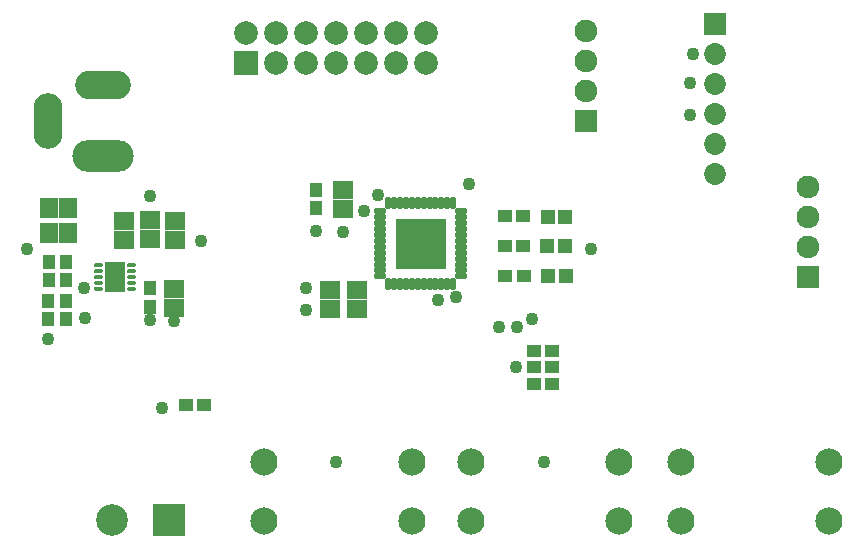
<source format=gts>
G04*
G04 #@! TF.GenerationSoftware,Altium Limited,Altium Designer,24.10.1 (45)*
G04*
G04 Layer_Color=8388736*
%FSLAX44Y44*%
%MOMM*%
G71*
G04*
G04 #@! TF.SameCoordinates,AA472AB2-6637-4989-BC3C-C099BA8EEFD1*
G04*
G04*
G04 #@! TF.FilePolarity,Negative*
G04*
G01*
G75*
%ADD23R,1.1532X1.1032*%
%ADD24R,1.5032X1.6532*%
%ADD25R,1.6532X1.5032*%
%ADD26R,1.1032X1.1532*%
%ADD27R,1.1532X1.1532*%
%ADD28R,4.3032X4.3032*%
G04:AMPARAMS|DCode=29|XSize=1.0832mm|YSize=0.4632mm|CornerRadius=0.1341mm|HoleSize=0mm|Usage=FLASHONLY|Rotation=180.000|XOffset=0mm|YOffset=0mm|HoleType=Round|Shape=RoundedRectangle|*
%AMROUNDEDRECTD29*
21,1,1.0832,0.1950,0,0,180.0*
21,1,0.8150,0.4632,0,0,180.0*
1,1,0.2682,-0.4075,0.0975*
1,1,0.2682,0.4075,0.0975*
1,1,0.2682,0.4075,-0.0975*
1,1,0.2682,-0.4075,-0.0975*
%
%ADD29ROUNDEDRECTD29*%
G04:AMPARAMS|DCode=30|XSize=0.4632mm|YSize=1.0832mm|CornerRadius=0.1341mm|HoleSize=0mm|Usage=FLASHONLY|Rotation=180.000|XOffset=0mm|YOffset=0mm|HoleType=Round|Shape=RoundedRectangle|*
%AMROUNDEDRECTD30*
21,1,0.4632,0.8150,0,0,180.0*
21,1,0.1950,1.0832,0,0,180.0*
1,1,0.2682,-0.0975,0.4075*
1,1,0.2682,0.0975,0.4075*
1,1,0.2682,0.0975,-0.4075*
1,1,0.2682,-0.0975,-0.4075*
%
%ADD30ROUNDEDRECTD30*%
%ADD31R,1.7900X2.5400*%
%ADD32C,1.9282*%
%ADD33R,1.9282X1.9282*%
%ADD34R,1.8532X1.8532*%
%ADD35C,1.8532*%
%ADD36C,2.6782*%
%ADD37R,2.6782X2.6782*%
%ADD38C,0.5032*%
%ADD39R,2.0032X2.0032*%
%ADD40C,2.0032*%
%ADD41O,2.4532X4.7032*%
%ADD42O,4.7032X2.4532*%
%ADD43O,5.2032X2.7032*%
%ADD44C,2.3032*%
%ADD45C,1.0922*%
G36*
X114500Y257390D02*
X114600Y257380D01*
X114700Y257360D01*
X114790Y257340D01*
X114890Y257310D01*
X114980Y257270D01*
X115070Y257240D01*
X115160Y257190D01*
X115250Y257150D01*
X115330Y257090D01*
X115420Y257040D01*
X115500Y256980D01*
X115570Y256910D01*
X115640Y256840D01*
X115710Y256770D01*
X115780Y256700D01*
X115840Y256620D01*
X115890Y256530D01*
X115950Y256450D01*
X115990Y256360D01*
X116040Y256270D01*
X116070Y256180D01*
X116110Y256090D01*
X116140Y255990D01*
X116160Y255900D01*
X116180Y255800D01*
X116190Y255700D01*
X116200Y255600D01*
Y255500D01*
Y255400D01*
X116190Y255300D01*
X116180Y255200D01*
X116160Y255100D01*
X116140Y255010D01*
X116110Y254910D01*
X116070Y254820D01*
X116040Y254730D01*
X115990Y254640D01*
X115950Y254550D01*
X115890Y254470D01*
X115840Y254380D01*
X115780Y254300D01*
X115710Y254230D01*
X115640Y254160D01*
X115570Y254090D01*
X115500Y254020D01*
X115420Y253960D01*
X115330Y253910D01*
X115250Y253850D01*
X115160Y253810D01*
X115070Y253760D01*
X114980Y253730D01*
X114890Y253690D01*
X114790Y253660D01*
X114700Y253640D01*
X114600Y253620D01*
X114500Y253610D01*
X114400Y253600D01*
X110600D01*
X110500Y253610D01*
X110400Y253620D01*
X110300Y253640D01*
X110210Y253660D01*
X110110Y253690D01*
X110020Y253730D01*
X109930Y253760D01*
X109840Y253810D01*
X109750Y253850D01*
X109670Y253910D01*
X109580Y253960D01*
X109500Y254020D01*
X109430Y254090D01*
X109360Y254160D01*
X109290Y254230D01*
X109220Y254300D01*
X109160Y254380D01*
X109110Y254470D01*
X109050Y254550D01*
X109010Y254640D01*
X108960Y254730D01*
X108930Y254820D01*
X108890Y254910D01*
X108860Y255010D01*
X108840Y255100D01*
X108820Y255200D01*
X108810Y255300D01*
X108800Y255400D01*
Y255500D01*
Y255600D01*
X108810Y255700D01*
X108820Y255800D01*
X108840Y255900D01*
X108860Y255990D01*
X108890Y256090D01*
X108930Y256180D01*
X108960Y256270D01*
X109010Y256360D01*
X109050Y256450D01*
X109110Y256530D01*
X109160Y256620D01*
X109220Y256700D01*
X109290Y256770D01*
X109360Y256840D01*
X109430Y256910D01*
X109500Y256980D01*
X109580Y257040D01*
X109670Y257090D01*
X109750Y257150D01*
X109840Y257190D01*
X109930Y257240D01*
X110020Y257270D01*
X110110Y257310D01*
X110210Y257340D01*
X110300Y257360D01*
X110400Y257380D01*
X110500Y257390D01*
X110600Y257400D01*
X114400D01*
X114500Y257390D01*
D02*
G37*
G36*
Y262390D02*
X114600Y262380D01*
X114700Y262360D01*
X114790Y262340D01*
X114890Y262310D01*
X114980Y262270D01*
X115070Y262240D01*
X115160Y262190D01*
X115250Y262150D01*
X115330Y262090D01*
X115420Y262040D01*
X115500Y261980D01*
X115570Y261910D01*
X115640Y261840D01*
X115710Y261770D01*
X115780Y261700D01*
X115840Y261620D01*
X115890Y261530D01*
X115950Y261450D01*
X115990Y261360D01*
X116040Y261270D01*
X116070Y261180D01*
X116110Y261090D01*
X116140Y260990D01*
X116160Y260900D01*
X116180Y260800D01*
X116190Y260700D01*
X116200Y260600D01*
Y260500D01*
Y260400D01*
X116190Y260300D01*
X116180Y260200D01*
X116160Y260100D01*
X116140Y260010D01*
X116110Y259910D01*
X116070Y259820D01*
X116040Y259730D01*
X115990Y259640D01*
X115950Y259550D01*
X115890Y259470D01*
X115840Y259380D01*
X115780Y259300D01*
X115710Y259230D01*
X115640Y259160D01*
X115570Y259090D01*
X115500Y259020D01*
X115420Y258960D01*
X115330Y258910D01*
X115250Y258850D01*
X115160Y258810D01*
X115070Y258760D01*
X114980Y258730D01*
X114890Y258690D01*
X114790Y258660D01*
X114700Y258640D01*
X114600Y258620D01*
X114500Y258610D01*
X114400Y258600D01*
X110600D01*
X110500Y258610D01*
X110400Y258620D01*
X110300Y258640D01*
X110210Y258660D01*
X110110Y258690D01*
X110020Y258730D01*
X109930Y258760D01*
X109840Y258810D01*
X109750Y258850D01*
X109670Y258910D01*
X109580Y258960D01*
X109500Y259020D01*
X109430Y259090D01*
X109360Y259160D01*
X109290Y259230D01*
X109220Y259300D01*
X109160Y259380D01*
X109110Y259470D01*
X109050Y259550D01*
X109010Y259640D01*
X108960Y259730D01*
X108930Y259820D01*
X108890Y259910D01*
X108860Y260010D01*
X108840Y260100D01*
X108820Y260200D01*
X108810Y260300D01*
X108800Y260400D01*
Y260500D01*
Y260600D01*
X108810Y260700D01*
X108820Y260800D01*
X108840Y260900D01*
X108860Y260990D01*
X108890Y261090D01*
X108930Y261180D01*
X108960Y261270D01*
X109010Y261360D01*
X109050Y261450D01*
X109110Y261530D01*
X109160Y261620D01*
X109220Y261700D01*
X109290Y261770D01*
X109360Y261840D01*
X109430Y261910D01*
X109500Y261980D01*
X109580Y262040D01*
X109670Y262090D01*
X109750Y262150D01*
X109840Y262190D01*
X109930Y262240D01*
X110020Y262270D01*
X110110Y262310D01*
X110210Y262340D01*
X110300Y262360D01*
X110400Y262380D01*
X110500Y262390D01*
X110600Y262400D01*
X114400D01*
X114500Y262390D01*
D02*
G37*
G36*
Y267390D02*
X114600Y267380D01*
X114700Y267360D01*
X114790Y267340D01*
X114890Y267310D01*
X114980Y267270D01*
X115070Y267240D01*
X115160Y267190D01*
X115250Y267150D01*
X115330Y267090D01*
X115420Y267040D01*
X115500Y266980D01*
X115570Y266910D01*
X115640Y266840D01*
X115710Y266770D01*
X115780Y266700D01*
X115840Y266620D01*
X115890Y266530D01*
X115950Y266450D01*
X115990Y266360D01*
X116040Y266270D01*
X116070Y266180D01*
X116110Y266090D01*
X116140Y265990D01*
X116160Y265900D01*
X116180Y265800D01*
X116190Y265700D01*
X116200Y265600D01*
Y265500D01*
Y265400D01*
X116190Y265300D01*
X116180Y265200D01*
X116160Y265100D01*
X116140Y265010D01*
X116110Y264910D01*
X116070Y264820D01*
X116040Y264730D01*
X115990Y264640D01*
X115950Y264550D01*
X115890Y264470D01*
X115840Y264380D01*
X115780Y264300D01*
X115710Y264230D01*
X115640Y264160D01*
X115570Y264090D01*
X115500Y264020D01*
X115420Y263960D01*
X115330Y263910D01*
X115250Y263850D01*
X115160Y263810D01*
X115070Y263760D01*
X114980Y263730D01*
X114890Y263690D01*
X114790Y263660D01*
X114700Y263640D01*
X114600Y263620D01*
X114500Y263610D01*
X114400Y263600D01*
X110600D01*
X110500Y263610D01*
X110400Y263620D01*
X110300Y263640D01*
X110210Y263660D01*
X110110Y263690D01*
X110020Y263730D01*
X109930Y263760D01*
X109840Y263810D01*
X109750Y263850D01*
X109670Y263910D01*
X109580Y263960D01*
X109500Y264020D01*
X109430Y264090D01*
X109360Y264160D01*
X109290Y264230D01*
X109220Y264300D01*
X109160Y264380D01*
X109110Y264470D01*
X109050Y264550D01*
X109010Y264640D01*
X108960Y264730D01*
X108930Y264820D01*
X108890Y264910D01*
X108860Y265010D01*
X108840Y265100D01*
X108820Y265200D01*
X108810Y265300D01*
X108800Y265400D01*
Y265500D01*
Y265600D01*
X108810Y265700D01*
X108820Y265800D01*
X108840Y265900D01*
X108860Y265990D01*
X108890Y266090D01*
X108930Y266180D01*
X108960Y266270D01*
X109010Y266360D01*
X109050Y266450D01*
X109110Y266530D01*
X109160Y266620D01*
X109220Y266700D01*
X109290Y266770D01*
X109360Y266840D01*
X109430Y266910D01*
X109500Y266980D01*
X109580Y267040D01*
X109670Y267090D01*
X109750Y267150D01*
X109840Y267190D01*
X109930Y267240D01*
X110020Y267270D01*
X110110Y267310D01*
X110210Y267340D01*
X110300Y267360D01*
X110400Y267380D01*
X110500Y267390D01*
X110600Y267400D01*
X114400D01*
X114500Y267390D01*
D02*
G37*
G36*
Y272390D02*
X114600Y272380D01*
X114700Y272360D01*
X114790Y272340D01*
X114890Y272310D01*
X114980Y272270D01*
X115070Y272240D01*
X115160Y272190D01*
X115250Y272150D01*
X115330Y272090D01*
X115420Y272040D01*
X115500Y271980D01*
X115570Y271910D01*
X115640Y271840D01*
X115710Y271770D01*
X115780Y271700D01*
X115840Y271620D01*
X115890Y271530D01*
X115950Y271450D01*
X115990Y271360D01*
X116040Y271270D01*
X116070Y271180D01*
X116110Y271090D01*
X116140Y270990D01*
X116160Y270900D01*
X116180Y270800D01*
X116190Y270700D01*
X116200Y270600D01*
Y270500D01*
Y270400D01*
X116190Y270300D01*
X116180Y270200D01*
X116160Y270100D01*
X116140Y270010D01*
X116110Y269910D01*
X116070Y269820D01*
X116040Y269730D01*
X115990Y269640D01*
X115950Y269550D01*
X115890Y269470D01*
X115840Y269380D01*
X115780Y269300D01*
X115710Y269230D01*
X115640Y269160D01*
X115570Y269090D01*
X115500Y269020D01*
X115420Y268960D01*
X115330Y268910D01*
X115250Y268850D01*
X115160Y268810D01*
X115070Y268760D01*
X114980Y268730D01*
X114890Y268690D01*
X114790Y268660D01*
X114700Y268640D01*
X114600Y268620D01*
X114500Y268610D01*
X114400Y268600D01*
X110600D01*
X110500Y268610D01*
X110400Y268620D01*
X110300Y268640D01*
X110210Y268660D01*
X110110Y268690D01*
X110020Y268730D01*
X109930Y268760D01*
X109840Y268810D01*
X109750Y268850D01*
X109670Y268910D01*
X109580Y268960D01*
X109500Y269020D01*
X109430Y269090D01*
X109360Y269160D01*
X109290Y269230D01*
X109220Y269300D01*
X109160Y269380D01*
X109110Y269470D01*
X109050Y269550D01*
X109010Y269640D01*
X108960Y269730D01*
X108930Y269820D01*
X108890Y269910D01*
X108860Y270010D01*
X108840Y270100D01*
X108820Y270200D01*
X108810Y270300D01*
X108800Y270400D01*
Y270500D01*
Y270600D01*
X108810Y270700D01*
X108820Y270800D01*
X108840Y270900D01*
X108860Y270990D01*
X108890Y271090D01*
X108930Y271180D01*
X108960Y271270D01*
X109010Y271360D01*
X109050Y271450D01*
X109110Y271530D01*
X109160Y271620D01*
X109220Y271700D01*
X109290Y271770D01*
X109360Y271840D01*
X109430Y271910D01*
X109500Y271980D01*
X109580Y272040D01*
X109670Y272090D01*
X109750Y272150D01*
X109840Y272190D01*
X109930Y272240D01*
X110020Y272270D01*
X110110Y272310D01*
X110210Y272340D01*
X110300Y272360D01*
X110400Y272380D01*
X110500Y272390D01*
X110600Y272400D01*
X114400D01*
X114500Y272390D01*
D02*
G37*
G36*
Y277390D02*
X114600Y277380D01*
X114700Y277360D01*
X114790Y277340D01*
X114890Y277310D01*
X114980Y277270D01*
X115070Y277240D01*
X115160Y277190D01*
X115250Y277150D01*
X115330Y277090D01*
X115420Y277040D01*
X115500Y276980D01*
X115570Y276910D01*
X115640Y276840D01*
X115710Y276770D01*
X115780Y276700D01*
X115840Y276620D01*
X115890Y276530D01*
X115950Y276450D01*
X115990Y276360D01*
X116040Y276270D01*
X116070Y276180D01*
X116110Y276090D01*
X116140Y275990D01*
X116160Y275900D01*
X116180Y275800D01*
X116190Y275700D01*
X116200Y275600D01*
Y275500D01*
Y275400D01*
X116190Y275300D01*
X116180Y275200D01*
X116160Y275100D01*
X116140Y275010D01*
X116110Y274910D01*
X116070Y274820D01*
X116040Y274730D01*
X115990Y274640D01*
X115950Y274550D01*
X115890Y274470D01*
X115840Y274380D01*
X115780Y274300D01*
X115710Y274230D01*
X115640Y274160D01*
X115570Y274090D01*
X115500Y274020D01*
X115420Y273960D01*
X115330Y273910D01*
X115250Y273850D01*
X115160Y273810D01*
X115070Y273760D01*
X114980Y273730D01*
X114890Y273690D01*
X114790Y273660D01*
X114700Y273640D01*
X114600Y273620D01*
X114500Y273610D01*
X114400Y273600D01*
X110600D01*
X110500Y273610D01*
X110400Y273620D01*
X110300Y273640D01*
X110210Y273660D01*
X110110Y273690D01*
X110020Y273730D01*
X109930Y273760D01*
X109840Y273810D01*
X109750Y273850D01*
X109670Y273910D01*
X109580Y273960D01*
X109500Y274020D01*
X109430Y274090D01*
X109360Y274160D01*
X109290Y274230D01*
X109220Y274300D01*
X109160Y274380D01*
X109110Y274470D01*
X109050Y274550D01*
X109010Y274640D01*
X108960Y274730D01*
X108930Y274820D01*
X108890Y274910D01*
X108860Y275010D01*
X108840Y275100D01*
X108820Y275200D01*
X108810Y275300D01*
X108800Y275400D01*
Y275500D01*
Y275600D01*
X108810Y275700D01*
X108820Y275800D01*
X108840Y275900D01*
X108860Y275990D01*
X108890Y276090D01*
X108930Y276180D01*
X108960Y276270D01*
X109010Y276360D01*
X109050Y276450D01*
X109110Y276530D01*
X109160Y276620D01*
X109220Y276700D01*
X109290Y276770D01*
X109360Y276840D01*
X109430Y276910D01*
X109500Y276980D01*
X109580Y277040D01*
X109670Y277090D01*
X109750Y277150D01*
X109840Y277190D01*
X109930Y277240D01*
X110020Y277270D01*
X110110Y277310D01*
X110210Y277340D01*
X110300Y277360D01*
X110400Y277380D01*
X110500Y277390D01*
X110600Y277400D01*
X114400D01*
X114500Y277390D01*
D02*
G37*
G36*
X142500Y257390D02*
X142600Y257380D01*
X142700Y257360D01*
X142790Y257340D01*
X142890Y257310D01*
X142980Y257270D01*
X143070Y257240D01*
X143160Y257190D01*
X143250Y257150D01*
X143330Y257090D01*
X143420Y257040D01*
X143500Y256980D01*
X143570Y256910D01*
X143640Y256840D01*
X143710Y256770D01*
X143780Y256700D01*
X143840Y256620D01*
X143890Y256530D01*
X143950Y256450D01*
X143990Y256360D01*
X144040Y256270D01*
X144070Y256180D01*
X144110Y256090D01*
X144140Y255990D01*
X144160Y255900D01*
X144180Y255800D01*
X144190Y255700D01*
X144200Y255600D01*
Y255500D01*
Y255400D01*
X144190Y255300D01*
X144180Y255200D01*
X144160Y255100D01*
X144140Y255010D01*
X144110Y254910D01*
X144070Y254820D01*
X144040Y254730D01*
X143990Y254640D01*
X143950Y254550D01*
X143890Y254470D01*
X143840Y254380D01*
X143780Y254300D01*
X143710Y254230D01*
X143640Y254160D01*
X143570Y254090D01*
X143500Y254020D01*
X143420Y253960D01*
X143330Y253910D01*
X143250Y253850D01*
X143160Y253810D01*
X143070Y253760D01*
X142980Y253730D01*
X142890Y253690D01*
X142790Y253660D01*
X142700Y253640D01*
X142600Y253620D01*
X142500Y253610D01*
X142400Y253600D01*
X138600D01*
X138500Y253610D01*
X138400Y253620D01*
X138300Y253640D01*
X138210Y253660D01*
X138110Y253690D01*
X138020Y253730D01*
X137930Y253760D01*
X137840Y253810D01*
X137750Y253850D01*
X137670Y253910D01*
X137580Y253960D01*
X137500Y254020D01*
X137430Y254090D01*
X137360Y254160D01*
X137290Y254230D01*
X137220Y254300D01*
X137160Y254380D01*
X137110Y254470D01*
X137050Y254550D01*
X137010Y254640D01*
X136960Y254730D01*
X136930Y254820D01*
X136890Y254910D01*
X136860Y255010D01*
X136840Y255100D01*
X136820Y255200D01*
X136810Y255300D01*
X136800Y255400D01*
Y255500D01*
Y255600D01*
X136810Y255700D01*
X136820Y255800D01*
X136840Y255900D01*
X136860Y255990D01*
X136890Y256090D01*
X136930Y256180D01*
X136960Y256270D01*
X137010Y256360D01*
X137050Y256450D01*
X137110Y256530D01*
X137160Y256620D01*
X137220Y256700D01*
X137290Y256770D01*
X137360Y256840D01*
X137430Y256910D01*
X137500Y256980D01*
X137580Y257040D01*
X137670Y257090D01*
X137750Y257150D01*
X137840Y257190D01*
X137930Y257240D01*
X138020Y257270D01*
X138110Y257310D01*
X138210Y257340D01*
X138300Y257360D01*
X138400Y257380D01*
X138500Y257390D01*
X138600Y257400D01*
X142400D01*
X142500Y257390D01*
D02*
G37*
G36*
Y262390D02*
X142600Y262380D01*
X142700Y262360D01*
X142790Y262340D01*
X142890Y262310D01*
X142980Y262270D01*
X143070Y262240D01*
X143160Y262190D01*
X143250Y262150D01*
X143330Y262090D01*
X143420Y262040D01*
X143500Y261980D01*
X143570Y261910D01*
X143640Y261840D01*
X143710Y261770D01*
X143780Y261700D01*
X143840Y261620D01*
X143890Y261530D01*
X143950Y261450D01*
X143990Y261360D01*
X144040Y261270D01*
X144070Y261180D01*
X144110Y261090D01*
X144140Y260990D01*
X144160Y260900D01*
X144180Y260800D01*
X144190Y260700D01*
X144200Y260600D01*
Y260500D01*
Y260400D01*
X144190Y260300D01*
X144180Y260200D01*
X144160Y260100D01*
X144140Y260010D01*
X144110Y259910D01*
X144070Y259820D01*
X144040Y259730D01*
X143990Y259640D01*
X143950Y259550D01*
X143890Y259470D01*
X143840Y259380D01*
X143780Y259300D01*
X143710Y259230D01*
X143640Y259160D01*
X143570Y259090D01*
X143500Y259020D01*
X143420Y258960D01*
X143330Y258910D01*
X143250Y258850D01*
X143160Y258810D01*
X143070Y258760D01*
X142980Y258730D01*
X142890Y258690D01*
X142790Y258660D01*
X142700Y258640D01*
X142600Y258620D01*
X142500Y258610D01*
X142400Y258600D01*
X138600D01*
X138500Y258610D01*
X138400Y258620D01*
X138300Y258640D01*
X138210Y258660D01*
X138110Y258690D01*
X138020Y258730D01*
X137930Y258760D01*
X137840Y258810D01*
X137750Y258850D01*
X137670Y258910D01*
X137580Y258960D01*
X137500Y259020D01*
X137430Y259090D01*
X137360Y259160D01*
X137290Y259230D01*
X137220Y259300D01*
X137160Y259380D01*
X137110Y259470D01*
X137050Y259550D01*
X137010Y259640D01*
X136960Y259730D01*
X136930Y259820D01*
X136890Y259910D01*
X136860Y260010D01*
X136840Y260100D01*
X136820Y260200D01*
X136810Y260300D01*
X136800Y260400D01*
Y260500D01*
Y260600D01*
X136810Y260700D01*
X136820Y260800D01*
X136840Y260900D01*
X136860Y260990D01*
X136890Y261090D01*
X136930Y261180D01*
X136960Y261270D01*
X137010Y261360D01*
X137050Y261450D01*
X137110Y261530D01*
X137160Y261620D01*
X137220Y261700D01*
X137290Y261770D01*
X137360Y261840D01*
X137430Y261910D01*
X137500Y261980D01*
X137580Y262040D01*
X137670Y262090D01*
X137750Y262150D01*
X137840Y262190D01*
X137930Y262240D01*
X138020Y262270D01*
X138110Y262310D01*
X138210Y262340D01*
X138300Y262360D01*
X138400Y262380D01*
X138500Y262390D01*
X138600Y262400D01*
X142400D01*
X142500Y262390D01*
D02*
G37*
G36*
Y267390D02*
X142600Y267380D01*
X142700Y267360D01*
X142790Y267340D01*
X142890Y267310D01*
X142980Y267270D01*
X143070Y267240D01*
X143160Y267190D01*
X143250Y267150D01*
X143330Y267090D01*
X143420Y267040D01*
X143500Y266980D01*
X143570Y266910D01*
X143640Y266840D01*
X143710Y266770D01*
X143780Y266700D01*
X143840Y266620D01*
X143890Y266530D01*
X143950Y266450D01*
X143990Y266360D01*
X144040Y266270D01*
X144070Y266180D01*
X144110Y266090D01*
X144140Y265990D01*
X144160Y265900D01*
X144180Y265800D01*
X144190Y265700D01*
X144200Y265600D01*
Y265500D01*
Y265400D01*
X144190Y265300D01*
X144180Y265200D01*
X144160Y265100D01*
X144140Y265010D01*
X144110Y264910D01*
X144070Y264820D01*
X144040Y264730D01*
X143990Y264640D01*
X143950Y264550D01*
X143890Y264470D01*
X143840Y264380D01*
X143780Y264300D01*
X143710Y264230D01*
X143640Y264160D01*
X143570Y264090D01*
X143500Y264020D01*
X143420Y263960D01*
X143330Y263910D01*
X143250Y263850D01*
X143160Y263810D01*
X143070Y263760D01*
X142980Y263730D01*
X142890Y263690D01*
X142790Y263660D01*
X142700Y263640D01*
X142600Y263620D01*
X142500Y263610D01*
X142400Y263600D01*
X138600D01*
X138500Y263610D01*
X138400Y263620D01*
X138300Y263640D01*
X138210Y263660D01*
X138110Y263690D01*
X138020Y263730D01*
X137930Y263760D01*
X137840Y263810D01*
X137750Y263850D01*
X137670Y263910D01*
X137580Y263960D01*
X137500Y264020D01*
X137430Y264090D01*
X137360Y264160D01*
X137290Y264230D01*
X137220Y264300D01*
X137160Y264380D01*
X137110Y264470D01*
X137050Y264550D01*
X137010Y264640D01*
X136960Y264730D01*
X136930Y264820D01*
X136890Y264910D01*
X136860Y265010D01*
X136840Y265100D01*
X136820Y265200D01*
X136810Y265300D01*
X136800Y265400D01*
Y265500D01*
Y265600D01*
X136810Y265700D01*
X136820Y265800D01*
X136840Y265900D01*
X136860Y265990D01*
X136890Y266090D01*
X136930Y266180D01*
X136960Y266270D01*
X137010Y266360D01*
X137050Y266450D01*
X137110Y266530D01*
X137160Y266620D01*
X137220Y266700D01*
X137290Y266770D01*
X137360Y266840D01*
X137430Y266910D01*
X137500Y266980D01*
X137580Y267040D01*
X137670Y267090D01*
X137750Y267150D01*
X137840Y267190D01*
X137930Y267240D01*
X138020Y267270D01*
X138110Y267310D01*
X138210Y267340D01*
X138300Y267360D01*
X138400Y267380D01*
X138500Y267390D01*
X138600Y267400D01*
X142400D01*
X142500Y267390D01*
D02*
G37*
G36*
Y272390D02*
X142600Y272380D01*
X142700Y272360D01*
X142790Y272340D01*
X142890Y272310D01*
X142980Y272270D01*
X143070Y272240D01*
X143160Y272190D01*
X143250Y272150D01*
X143330Y272090D01*
X143420Y272040D01*
X143500Y271980D01*
X143570Y271910D01*
X143640Y271840D01*
X143710Y271770D01*
X143780Y271700D01*
X143840Y271620D01*
X143890Y271530D01*
X143950Y271450D01*
X143990Y271360D01*
X144040Y271270D01*
X144070Y271180D01*
X144110Y271090D01*
X144140Y270990D01*
X144160Y270900D01*
X144180Y270800D01*
X144190Y270700D01*
X144200Y270600D01*
Y270500D01*
Y270400D01*
X144190Y270300D01*
X144180Y270200D01*
X144160Y270100D01*
X144140Y270010D01*
X144110Y269910D01*
X144070Y269820D01*
X144040Y269730D01*
X143990Y269640D01*
X143950Y269550D01*
X143890Y269470D01*
X143840Y269380D01*
X143780Y269300D01*
X143710Y269230D01*
X143640Y269160D01*
X143570Y269090D01*
X143500Y269020D01*
X143420Y268960D01*
X143330Y268910D01*
X143250Y268850D01*
X143160Y268810D01*
X143070Y268760D01*
X142980Y268730D01*
X142890Y268690D01*
X142790Y268660D01*
X142700Y268640D01*
X142600Y268620D01*
X142500Y268610D01*
X142400Y268600D01*
X138600D01*
X138500Y268610D01*
X138400Y268620D01*
X138300Y268640D01*
X138210Y268660D01*
X138110Y268690D01*
X138020Y268730D01*
X137930Y268760D01*
X137840Y268810D01*
X137750Y268850D01*
X137670Y268910D01*
X137580Y268960D01*
X137500Y269020D01*
X137430Y269090D01*
X137360Y269160D01*
X137290Y269230D01*
X137220Y269300D01*
X137160Y269380D01*
X137110Y269470D01*
X137050Y269550D01*
X137010Y269640D01*
X136960Y269730D01*
X136930Y269820D01*
X136890Y269910D01*
X136860Y270010D01*
X136840Y270100D01*
X136820Y270200D01*
X136810Y270300D01*
X136800Y270400D01*
Y270500D01*
Y270600D01*
X136810Y270700D01*
X136820Y270800D01*
X136840Y270900D01*
X136860Y270990D01*
X136890Y271090D01*
X136930Y271180D01*
X136960Y271270D01*
X137010Y271360D01*
X137050Y271450D01*
X137110Y271530D01*
X137160Y271620D01*
X137220Y271700D01*
X137290Y271770D01*
X137360Y271840D01*
X137430Y271910D01*
X137500Y271980D01*
X137580Y272040D01*
X137670Y272090D01*
X137750Y272150D01*
X137840Y272190D01*
X137930Y272240D01*
X138020Y272270D01*
X138110Y272310D01*
X138210Y272340D01*
X138300Y272360D01*
X138400Y272380D01*
X138500Y272390D01*
X138600Y272400D01*
X142400D01*
X142500Y272390D01*
D02*
G37*
G36*
Y277390D02*
X142600Y277380D01*
X142700Y277360D01*
X142790Y277340D01*
X142890Y277310D01*
X142980Y277270D01*
X143070Y277240D01*
X143160Y277190D01*
X143250Y277150D01*
X143330Y277090D01*
X143420Y277040D01*
X143500Y276980D01*
X143570Y276910D01*
X143640Y276840D01*
X143710Y276770D01*
X143780Y276700D01*
X143840Y276620D01*
X143890Y276530D01*
X143950Y276450D01*
X143990Y276360D01*
X144040Y276270D01*
X144070Y276180D01*
X144110Y276090D01*
X144140Y275990D01*
X144160Y275900D01*
X144180Y275800D01*
X144190Y275700D01*
X144200Y275600D01*
Y275500D01*
Y275400D01*
X144190Y275300D01*
X144180Y275200D01*
X144160Y275100D01*
X144140Y275010D01*
X144110Y274910D01*
X144070Y274820D01*
X144040Y274730D01*
X143990Y274640D01*
X143950Y274550D01*
X143890Y274470D01*
X143840Y274380D01*
X143780Y274300D01*
X143710Y274230D01*
X143640Y274160D01*
X143570Y274090D01*
X143500Y274020D01*
X143420Y273960D01*
X143330Y273910D01*
X143250Y273850D01*
X143160Y273810D01*
X143070Y273760D01*
X142980Y273730D01*
X142890Y273690D01*
X142790Y273660D01*
X142700Y273640D01*
X142600Y273620D01*
X142500Y273610D01*
X142400Y273600D01*
X138600D01*
X138500Y273610D01*
X138400Y273620D01*
X138300Y273640D01*
X138210Y273660D01*
X138110Y273690D01*
X138020Y273730D01*
X137930Y273760D01*
X137840Y273810D01*
X137750Y273850D01*
X137670Y273910D01*
X137580Y273960D01*
X137500Y274020D01*
X137430Y274090D01*
X137360Y274160D01*
X137290Y274230D01*
X137220Y274300D01*
X137160Y274380D01*
X137110Y274470D01*
X137050Y274550D01*
X137010Y274640D01*
X136960Y274730D01*
X136930Y274820D01*
X136890Y274910D01*
X136860Y275010D01*
X136840Y275100D01*
X136820Y275200D01*
X136810Y275300D01*
X136800Y275400D01*
Y275500D01*
Y275600D01*
X136810Y275700D01*
X136820Y275800D01*
X136840Y275900D01*
X136860Y275990D01*
X136890Y276090D01*
X136930Y276180D01*
X136960Y276270D01*
X137010Y276360D01*
X137050Y276450D01*
X137110Y276530D01*
X137160Y276620D01*
X137220Y276700D01*
X137290Y276770D01*
X137360Y276840D01*
X137430Y276910D01*
X137500Y276980D01*
X137580Y277040D01*
X137670Y277090D01*
X137750Y277150D01*
X137840Y277190D01*
X137930Y277240D01*
X138020Y277270D01*
X138110Y277310D01*
X138210Y277340D01*
X138300Y277360D01*
X138400Y277380D01*
X138500Y277390D01*
X138600Y277400D01*
X142400D01*
X142500Y277390D01*
D02*
G37*
D23*
X202060Y157480D02*
D03*
X186560D02*
D03*
X481200Y175260D02*
D03*
X496700D02*
D03*
X481200Y189230D02*
D03*
X496700D02*
D03*
X481200Y203200D02*
D03*
X496700D02*
D03*
X457200Y266700D02*
D03*
X472700D02*
D03*
X456610Y291424D02*
D03*
X472110D02*
D03*
X456610Y316824D02*
D03*
X472110D02*
D03*
D24*
X70740Y323850D02*
D03*
X86740D02*
D03*
X86520Y302620D02*
D03*
X70520D02*
D03*
D25*
X177580Y297160D02*
D03*
Y313160D02*
D03*
X331767Y238610D02*
D03*
Y254610D02*
D03*
X320040Y339470D02*
D03*
Y323470D02*
D03*
X308907Y238610D02*
D03*
Y254610D02*
D03*
X176500Y239500D02*
D03*
Y255500D02*
D03*
X134400Y297160D02*
D03*
Y313160D02*
D03*
X156500Y313500D02*
D03*
Y297500D02*
D03*
D26*
X70900Y278620D02*
D03*
Y263120D02*
D03*
X297180Y339220D02*
D03*
Y323720D02*
D03*
X84870Y278620D02*
D03*
Y263120D02*
D03*
X85090Y229540D02*
D03*
Y245040D02*
D03*
X156500Y256000D02*
D03*
Y240500D02*
D03*
X70090Y245040D02*
D03*
Y229540D02*
D03*
D27*
X492880Y316230D02*
D03*
X507880D02*
D03*
X493010Y266700D02*
D03*
X508010D02*
D03*
X492420Y291424D02*
D03*
X507420D02*
D03*
D28*
X385380Y293580D02*
D03*
D29*
X351030Y266080D02*
D03*
Y271080D02*
D03*
Y276080D02*
D03*
Y281080D02*
D03*
Y286080D02*
D03*
Y291080D02*
D03*
Y296080D02*
D03*
Y301080D02*
D03*
Y306080D02*
D03*
Y311080D02*
D03*
Y316080D02*
D03*
Y321080D02*
D03*
X419730D02*
D03*
Y316080D02*
D03*
Y311080D02*
D03*
Y306080D02*
D03*
Y301080D02*
D03*
Y296080D02*
D03*
Y291080D02*
D03*
Y286080D02*
D03*
Y281080D02*
D03*
Y276080D02*
D03*
Y271080D02*
D03*
Y266080D02*
D03*
D30*
X412880Y259230D02*
D03*
X407880D02*
D03*
X402880D02*
D03*
X397880D02*
D03*
X392880D02*
D03*
X387880D02*
D03*
X382880D02*
D03*
X377880D02*
D03*
X372880D02*
D03*
X367880D02*
D03*
X362880D02*
D03*
X357880D02*
D03*
Y327930D02*
D03*
X362880D02*
D03*
X367880D02*
D03*
X372880D02*
D03*
X377880D02*
D03*
X382880D02*
D03*
X387880D02*
D03*
X392880D02*
D03*
X397880D02*
D03*
X402880D02*
D03*
X407880D02*
D03*
X412880D02*
D03*
D31*
X126500Y265500D02*
D03*
D32*
X713740Y341630D02*
D03*
Y316230D02*
D03*
Y290830D02*
D03*
X525780Y473710D02*
D03*
Y448310D02*
D03*
Y422910D02*
D03*
D33*
X713740Y265430D02*
D03*
X525780Y397510D02*
D03*
D34*
X635000Y480060D02*
D03*
D35*
Y454660D02*
D03*
Y429260D02*
D03*
Y403860D02*
D03*
Y378460D02*
D03*
Y353060D02*
D03*
D36*
X124460Y59690D02*
D03*
D37*
X171960D02*
D03*
D38*
X403380Y300430D02*
D03*
Y286730D02*
D03*
X367380Y300430D02*
D03*
Y286730D02*
D03*
X392230Y311580D02*
D03*
X378530D02*
D03*
X392230Y275580D02*
D03*
X378530D02*
D03*
X392230Y286730D02*
D03*
Y300430D02*
D03*
X378530D02*
D03*
Y286730D02*
D03*
D39*
X237490Y447040D02*
D03*
D40*
Y472440D02*
D03*
X262890Y447040D02*
D03*
Y472440D02*
D03*
X288290Y447040D02*
D03*
Y472440D02*
D03*
X313690Y447040D02*
D03*
Y472440D02*
D03*
X339090Y447040D02*
D03*
Y472440D02*
D03*
X364490Y447040D02*
D03*
Y472440D02*
D03*
X389890Y447040D02*
D03*
Y472440D02*
D03*
D41*
X69720Y398000D02*
D03*
D42*
X116720Y428000D02*
D03*
D43*
Y368000D02*
D03*
D44*
X730790Y59220D02*
D03*
X605790D02*
D03*
X730790Y109220D02*
D03*
X605790D02*
D03*
X552990Y59220D02*
D03*
X427990D02*
D03*
X552990Y109220D02*
D03*
X427990D02*
D03*
X377730Y59220D02*
D03*
X252730D02*
D03*
X377730Y109220D02*
D03*
X252730D02*
D03*
D45*
X452120Y223520D02*
D03*
X467360D02*
D03*
X480060Y229870D02*
D03*
X166370Y154940D02*
D03*
X415590Y248629D02*
D03*
X529590Y289560D02*
D03*
X314008Y109160D02*
D03*
X490220Y109220D02*
D03*
X466090Y189230D02*
D03*
X400050Y246380D02*
D03*
X613410Y402590D02*
D03*
X337820Y321310D02*
D03*
X613474Y429508D02*
D03*
X349250Y335280D02*
D03*
X615950Y454660D02*
D03*
X426720Y344170D02*
D03*
X297180Y304800D02*
D03*
X320040Y303530D02*
D03*
X288290Y237490D02*
D03*
Y256540D02*
D03*
X52070Y289560D02*
D03*
X101600Y231140D02*
D03*
X69850Y213360D02*
D03*
X100330Y256540D02*
D03*
X156210Y334010D02*
D03*
X199390Y295910D02*
D03*
X176500Y227960D02*
D03*
X156500Y228960D02*
D03*
M02*

</source>
